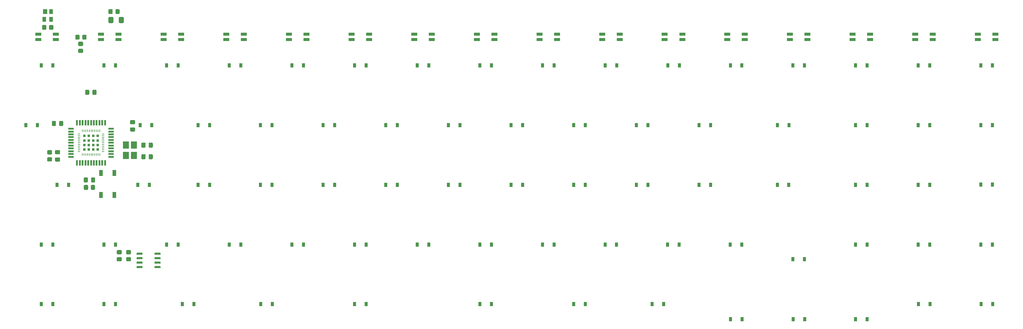
<source format=gbp>
G04 #@! TF.GenerationSoftware,KiCad,Pcbnew,(5.1.10-1-10_14)*
G04 #@! TF.CreationDate,2021-11-20T18:36:26+09:00*
G04 #@! TF.ProjectId,nora,6e6f7261-2e6b-4696-9361-645f70636258,v.0.1*
G04 #@! TF.SameCoordinates,Original*
G04 #@! TF.FileFunction,Paste,Bot*
G04 #@! TF.FilePolarity,Positive*
%FSLAX46Y46*%
G04 Gerber Fmt 4.6, Leading zero omitted, Abs format (unit mm)*
G04 Created by KiCad (PCBNEW (5.1.10-1-10_14)) date 2021-11-20 18:36:26*
%MOMM*%
%LPD*%
G01*
G04 APERTURE LIST*
%ADD10R,0.900000X1.200000*%
%ADD11R,1.500000X0.550000*%
%ADD12R,0.550000X1.500000*%
%ADD13R,1.800000X2.100000*%
%ADD14R,1.000000X1.700000*%
%ADD15R,1.000000X1.400000*%
%ADD16R,1.200000X1.400000*%
%ADD17R,0.772500X0.772500*%
%ADD18R,0.700000X0.250000*%
%ADD19R,0.250000X0.700000*%
%ADD20R,1.800000X0.820000*%
G04 APERTURE END LIST*
D10*
X32830000Y-39360520D03*
X29530000Y-39360520D03*
X32820000Y-90350520D03*
X29520000Y-90350520D03*
X32800000Y-107350520D03*
X29500000Y-107350520D03*
X50689333Y-39360520D03*
X47389333Y-39360520D03*
X28440000Y-56350520D03*
X25140000Y-56350520D03*
X37300000Y-73350520D03*
X34000000Y-73350520D03*
X50679333Y-90350520D03*
X47379333Y-90350520D03*
X50700000Y-107350520D03*
X47400000Y-107350520D03*
X68548666Y-39360520D03*
X65248666Y-39360520D03*
X60970000Y-56360520D03*
X57670000Y-56360520D03*
X60300000Y-73350520D03*
X57000000Y-73350520D03*
X68538666Y-90350520D03*
X65238666Y-90350520D03*
X73000000Y-107350520D03*
X69700000Y-107350520D03*
X86407999Y-39360520D03*
X83107999Y-39360520D03*
X77478888Y-56370520D03*
X74178888Y-56370520D03*
X77478888Y-73350520D03*
X74178888Y-73350520D03*
X86397999Y-90350520D03*
X83097999Y-90350520D03*
X95350000Y-107350520D03*
X92050000Y-107350520D03*
X104267332Y-39360520D03*
X100967332Y-39360520D03*
X95337776Y-56370520D03*
X92037776Y-56370520D03*
X95337776Y-73350520D03*
X92037776Y-73350520D03*
X104257332Y-90350520D03*
X100957332Y-90350520D03*
X122126665Y-39360520D03*
X118826665Y-39360520D03*
X113196664Y-56370520D03*
X109896664Y-56370520D03*
X113196664Y-73350520D03*
X109896664Y-73350520D03*
X122116665Y-90350520D03*
X118816665Y-90350520D03*
X122100000Y-107350520D03*
X118800000Y-107350520D03*
X139985998Y-39360520D03*
X136685998Y-39360520D03*
X131055552Y-56370520D03*
X127755552Y-56370520D03*
X131055552Y-73350520D03*
X127755552Y-73350520D03*
X139975998Y-90350520D03*
X136675998Y-90350520D03*
X157845331Y-39360520D03*
X154545331Y-39360520D03*
X148914440Y-56370520D03*
X145614440Y-56370520D03*
X148914440Y-73350520D03*
X145614440Y-73350520D03*
X157835331Y-90350520D03*
X154535331Y-90350520D03*
X157850000Y-107350520D03*
X154550000Y-107350520D03*
X175704664Y-39360520D03*
X172404664Y-39360520D03*
X166773328Y-56370520D03*
X163473328Y-56370520D03*
X166773328Y-73350520D03*
X163473328Y-73350520D03*
X175694664Y-90350520D03*
X172394664Y-90350520D03*
X193563997Y-39360520D03*
X190263997Y-39360520D03*
X184632216Y-56370520D03*
X181332216Y-56370520D03*
X184632216Y-73350520D03*
X181332216Y-73350520D03*
X193553997Y-90350520D03*
X190253997Y-90350520D03*
X184650000Y-107350520D03*
X181350000Y-107350520D03*
X211423330Y-39360520D03*
X208123330Y-39360520D03*
X202491104Y-56370520D03*
X199191104Y-56370520D03*
X202491104Y-73350520D03*
X199191104Y-73350520D03*
X211413330Y-90350520D03*
X208113330Y-90350520D03*
X206950000Y-107300520D03*
X203650000Y-107300520D03*
X229282663Y-39360520D03*
X225982663Y-39360520D03*
X220350000Y-56370520D03*
X217050000Y-56370520D03*
X220350000Y-73350520D03*
X217050000Y-73350520D03*
X229272663Y-90350520D03*
X225972663Y-90350520D03*
X229300000Y-111600520D03*
X226000000Y-111600520D03*
X247141996Y-39360520D03*
X243841996Y-39360520D03*
X242670000Y-56370520D03*
X239370000Y-56370520D03*
X242660000Y-73340520D03*
X239360000Y-73340520D03*
X247120000Y-94570520D03*
X243820000Y-94570520D03*
X247150000Y-111600520D03*
X243850000Y-111600520D03*
X265001329Y-39360520D03*
X261701329Y-39360520D03*
X265010000Y-56350520D03*
X261710000Y-56350520D03*
X264990000Y-73350520D03*
X261690000Y-73350520D03*
X264991329Y-90350520D03*
X261691329Y-90350520D03*
X265000000Y-111600520D03*
X261700000Y-111600520D03*
X282860662Y-39360520D03*
X279560662Y-39360520D03*
X282865000Y-56350520D03*
X279565000Y-56350520D03*
X282845000Y-73350520D03*
X279545000Y-73350520D03*
X282850662Y-90350520D03*
X279550662Y-90350520D03*
X282900000Y-107350520D03*
X279600000Y-107350520D03*
X300720000Y-39360520D03*
X297420000Y-39360520D03*
X300720000Y-56350520D03*
X297420000Y-56350520D03*
X300700000Y-73310520D03*
X297400000Y-73310520D03*
X300710000Y-90350520D03*
X297410000Y-90350520D03*
X300750000Y-107350520D03*
X297450000Y-107350520D03*
D11*
X38000000Y-57375520D03*
X38000000Y-58175520D03*
X38000000Y-58975520D03*
X38000000Y-59775520D03*
X38000000Y-60575520D03*
X38000000Y-61375520D03*
X38000000Y-62175520D03*
X38000000Y-62975520D03*
X38000000Y-63775520D03*
X38000000Y-64575520D03*
X38000000Y-65375520D03*
D12*
X39700000Y-67075520D03*
X40500000Y-67075520D03*
X41300000Y-67075520D03*
X42100000Y-67075520D03*
X42900000Y-67075520D03*
X43700000Y-67075520D03*
X44500000Y-67075520D03*
X45300000Y-67075520D03*
X46100000Y-67075520D03*
X46900000Y-67075520D03*
X47700000Y-67075520D03*
D11*
X49400000Y-65375520D03*
X49400000Y-64575520D03*
X49400000Y-63775520D03*
X49400000Y-62975520D03*
X49400000Y-62175520D03*
X49400000Y-61375520D03*
X49400000Y-60575520D03*
X49400000Y-59775520D03*
X49400000Y-58975520D03*
X49400000Y-58175520D03*
X49400000Y-57375520D03*
D12*
X47700000Y-55675520D03*
X46900000Y-55675520D03*
X46100000Y-55675520D03*
X45300000Y-55675520D03*
X44500000Y-55675520D03*
X43700000Y-55675520D03*
X42900000Y-55675520D03*
X42100000Y-55675520D03*
X41300000Y-55675520D03*
X40500000Y-55675520D03*
X39700000Y-55675520D03*
G36*
G01*
X58400000Y-92845520D02*
X58400000Y-93145520D01*
G75*
G02*
X58250000Y-93295520I-150000J0D01*
G01*
X56800000Y-93295520D01*
G75*
G02*
X56650000Y-93145520I0J150000D01*
G01*
X56650000Y-92845520D01*
G75*
G02*
X56800000Y-92695520I150000J0D01*
G01*
X58250000Y-92695520D01*
G75*
G02*
X58400000Y-92845520I0J-150000D01*
G01*
G37*
G36*
G01*
X58400000Y-94115520D02*
X58400000Y-94415520D01*
G75*
G02*
X58250000Y-94565520I-150000J0D01*
G01*
X56800000Y-94565520D01*
G75*
G02*
X56650000Y-94415520I0J150000D01*
G01*
X56650000Y-94115520D01*
G75*
G02*
X56800000Y-93965520I150000J0D01*
G01*
X58250000Y-93965520D01*
G75*
G02*
X58400000Y-94115520I0J-150000D01*
G01*
G37*
G36*
G01*
X58400000Y-95385520D02*
X58400000Y-95685520D01*
G75*
G02*
X58250000Y-95835520I-150000J0D01*
G01*
X56800000Y-95835520D01*
G75*
G02*
X56650000Y-95685520I0J150000D01*
G01*
X56650000Y-95385520D01*
G75*
G02*
X56800000Y-95235520I150000J0D01*
G01*
X58250000Y-95235520D01*
G75*
G02*
X58400000Y-95385520I0J-150000D01*
G01*
G37*
G36*
G01*
X58400000Y-96655520D02*
X58400000Y-96955520D01*
G75*
G02*
X58250000Y-97105520I-150000J0D01*
G01*
X56800000Y-97105520D01*
G75*
G02*
X56650000Y-96955520I0J150000D01*
G01*
X56650000Y-96655520D01*
G75*
G02*
X56800000Y-96505520I150000J0D01*
G01*
X58250000Y-96505520D01*
G75*
G02*
X58400000Y-96655520I0J-150000D01*
G01*
G37*
G36*
G01*
X63550000Y-96655520D02*
X63550000Y-96955520D01*
G75*
G02*
X63400000Y-97105520I-150000J0D01*
G01*
X61950000Y-97105520D01*
G75*
G02*
X61800000Y-96955520I0J150000D01*
G01*
X61800000Y-96655520D01*
G75*
G02*
X61950000Y-96505520I150000J0D01*
G01*
X63400000Y-96505520D01*
G75*
G02*
X63550000Y-96655520I0J-150000D01*
G01*
G37*
G36*
G01*
X63550000Y-95385520D02*
X63550000Y-95685520D01*
G75*
G02*
X63400000Y-95835520I-150000J0D01*
G01*
X61950000Y-95835520D01*
G75*
G02*
X61800000Y-95685520I0J150000D01*
G01*
X61800000Y-95385520D01*
G75*
G02*
X61950000Y-95235520I150000J0D01*
G01*
X63400000Y-95235520D01*
G75*
G02*
X63550000Y-95385520I0J-150000D01*
G01*
G37*
G36*
G01*
X63550000Y-94115520D02*
X63550000Y-94415520D01*
G75*
G02*
X63400000Y-94565520I-150000J0D01*
G01*
X61950000Y-94565520D01*
G75*
G02*
X61800000Y-94415520I0J150000D01*
G01*
X61800000Y-94115520D01*
G75*
G02*
X61950000Y-93965520I150000J0D01*
G01*
X63400000Y-93965520D01*
G75*
G02*
X63550000Y-94115520I0J-150000D01*
G01*
G37*
G36*
G01*
X63550000Y-92845520D02*
X63550000Y-93145520D01*
G75*
G02*
X63400000Y-93295520I-150000J0D01*
G01*
X61950000Y-93295520D01*
G75*
G02*
X61800000Y-93145520I0J150000D01*
G01*
X61800000Y-92845520D01*
G75*
G02*
X61950000Y-92695520I150000J0D01*
G01*
X63400000Y-92695520D01*
G75*
G02*
X63550000Y-92845520I0J-150000D01*
G01*
G37*
D13*
X55950000Y-64950520D03*
X55950000Y-62050520D03*
X53650000Y-62050520D03*
X53650000Y-64950520D03*
D14*
X50350000Y-76250520D03*
X50350000Y-69950520D03*
X46550000Y-76250520D03*
X46550000Y-69950520D03*
D15*
X30400000Y-26200520D03*
X32300000Y-26200520D03*
X32300000Y-24000520D03*
D16*
X30580000Y-24000520D03*
G36*
G01*
X50075000Y-25775520D02*
X50075000Y-27025520D01*
G75*
G02*
X49825000Y-27275520I-250000J0D01*
G01*
X48900000Y-27275520D01*
G75*
G02*
X48650000Y-27025520I0J250000D01*
G01*
X48650000Y-25775520D01*
G75*
G02*
X48900000Y-25525520I250000J0D01*
G01*
X49825000Y-25525520D01*
G75*
G02*
X50075000Y-25775520I0J-250000D01*
G01*
G37*
G36*
G01*
X53050000Y-25775520D02*
X53050000Y-27025520D01*
G75*
G02*
X52800000Y-27275520I-250000J0D01*
G01*
X51875000Y-27275520D01*
G75*
G02*
X51625000Y-27025520I0J250000D01*
G01*
X51625000Y-25775520D01*
G75*
G02*
X51875000Y-25525520I250000J0D01*
G01*
X52800000Y-25525520D01*
G75*
G02*
X53050000Y-25775520I0J-250000D01*
G01*
G37*
G36*
G01*
X51299999Y-93950520D02*
X52200001Y-93950520D01*
G75*
G02*
X52450000Y-94200519I0J-249999D01*
G01*
X52450000Y-94900521D01*
G75*
G02*
X52200001Y-95150520I-249999J0D01*
G01*
X51299999Y-95150520D01*
G75*
G02*
X51050000Y-94900521I0J249999D01*
G01*
X51050000Y-94200519D01*
G75*
G02*
X51299999Y-93950520I249999J0D01*
G01*
G37*
G36*
G01*
X51299999Y-91950520D02*
X52200001Y-91950520D01*
G75*
G02*
X52450000Y-92200519I0J-249999D01*
G01*
X52450000Y-92900521D01*
G75*
G02*
X52200001Y-93150520I-249999J0D01*
G01*
X51299999Y-93150520D01*
G75*
G02*
X51050000Y-92900521I0J249999D01*
G01*
X51050000Y-92200519D01*
G75*
G02*
X51299999Y-91950520I249999J0D01*
G01*
G37*
G36*
G01*
X53949999Y-93950520D02*
X54850001Y-93950520D01*
G75*
G02*
X55100000Y-94200519I0J-249999D01*
G01*
X55100000Y-94900521D01*
G75*
G02*
X54850001Y-95150520I-249999J0D01*
G01*
X53949999Y-95150520D01*
G75*
G02*
X53700000Y-94900521I0J249999D01*
G01*
X53700000Y-94200519D01*
G75*
G02*
X53949999Y-93950520I249999J0D01*
G01*
G37*
G36*
G01*
X53949999Y-91950520D02*
X54850001Y-91950520D01*
G75*
G02*
X55100000Y-92200519I0J-249999D01*
G01*
X55100000Y-92900521D01*
G75*
G02*
X54850001Y-93150520I-249999J0D01*
G01*
X53949999Y-93150520D01*
G75*
G02*
X53700000Y-92900521I0J249999D01*
G01*
X53700000Y-92200519D01*
G75*
G02*
X53949999Y-91950520I249999J0D01*
G01*
G37*
D17*
X41768750Y-59439270D03*
X43056250Y-59439270D03*
X44343750Y-59439270D03*
X45631250Y-59439270D03*
X41768750Y-60726770D03*
X43056250Y-60726770D03*
X44343750Y-60726770D03*
X45631250Y-60726770D03*
X41768750Y-62014270D03*
X43056250Y-62014270D03*
X44343750Y-62014270D03*
X45631250Y-62014270D03*
X41768750Y-63301770D03*
X43056250Y-63301770D03*
X44343750Y-63301770D03*
X45631250Y-63301770D03*
D18*
X40300000Y-58870520D03*
X40300000Y-59370520D03*
X40300000Y-59870520D03*
X40300000Y-60370520D03*
X40300000Y-60870520D03*
X40300000Y-61370520D03*
X40300000Y-61870520D03*
X40300000Y-62370520D03*
X40300000Y-62870520D03*
X40300000Y-63370520D03*
X40300000Y-63870520D03*
D19*
X41200000Y-64770520D03*
X41700000Y-64770520D03*
X42200000Y-64770520D03*
X42700000Y-64770520D03*
X43200000Y-64770520D03*
X43700000Y-64770520D03*
X44200000Y-64770520D03*
X44700000Y-64770520D03*
X45200000Y-64770520D03*
X45700000Y-64770520D03*
X46200000Y-64770520D03*
D18*
X47100000Y-63870520D03*
X47100000Y-63370520D03*
X47100000Y-62870520D03*
X47100000Y-62370520D03*
X47100000Y-61870520D03*
X47100000Y-61370520D03*
X47100000Y-60870520D03*
X47100000Y-60370520D03*
X47100000Y-59870520D03*
X47100000Y-59370520D03*
X47100000Y-58870520D03*
D19*
X46200000Y-57970520D03*
X45700000Y-57970520D03*
X45200000Y-57970520D03*
X44700000Y-57970520D03*
X44200000Y-57970520D03*
X43700000Y-57970520D03*
X43200000Y-57970520D03*
X42700000Y-57970520D03*
X42200000Y-57970520D03*
X41700000Y-57970520D03*
X41200000Y-57970520D03*
G36*
G01*
X34600000Y-56338020D02*
X34600000Y-55388020D01*
G75*
G02*
X34850000Y-55138020I250000J0D01*
G01*
X35525000Y-55138020D01*
G75*
G02*
X35775000Y-55388020I0J-250000D01*
G01*
X35775000Y-56338020D01*
G75*
G02*
X35525000Y-56588020I-250000J0D01*
G01*
X34850000Y-56588020D01*
G75*
G02*
X34600000Y-56338020I0J250000D01*
G01*
G37*
G36*
G01*
X32525000Y-56338020D02*
X32525000Y-55388020D01*
G75*
G02*
X32775000Y-55138020I250000J0D01*
G01*
X33450000Y-55138020D01*
G75*
G02*
X33700000Y-55388020I0J-250000D01*
G01*
X33700000Y-56338020D01*
G75*
G02*
X33450000Y-56588020I-250000J0D01*
G01*
X32775000Y-56588020D01*
G75*
G02*
X32525000Y-56338020I0J250000D01*
G01*
G37*
G36*
G01*
X60137500Y-65825520D02*
X60137500Y-64875520D01*
G75*
G02*
X60387500Y-64625520I250000J0D01*
G01*
X61062500Y-64625520D01*
G75*
G02*
X61312500Y-64875520I0J-250000D01*
G01*
X61312500Y-65825520D01*
G75*
G02*
X61062500Y-66075520I-250000J0D01*
G01*
X60387500Y-66075520D01*
G75*
G02*
X60137500Y-65825520I0J250000D01*
G01*
G37*
G36*
G01*
X58062500Y-65825520D02*
X58062500Y-64875520D01*
G75*
G02*
X58312500Y-64625520I250000J0D01*
G01*
X58987500Y-64625520D01*
G75*
G02*
X59237500Y-64875520I0J-250000D01*
G01*
X59237500Y-65825520D01*
G75*
G02*
X58987500Y-66075520I-250000J0D01*
G01*
X58312500Y-66075520D01*
G75*
G02*
X58062500Y-65825520I0J250000D01*
G01*
G37*
G36*
G01*
X60137500Y-62525520D02*
X60137500Y-61575520D01*
G75*
G02*
X60387500Y-61325520I250000J0D01*
G01*
X61062500Y-61325520D01*
G75*
G02*
X61312500Y-61575520I0J-250000D01*
G01*
X61312500Y-62525520D01*
G75*
G02*
X61062500Y-62775520I-250000J0D01*
G01*
X60387500Y-62775520D01*
G75*
G02*
X60137500Y-62525520I0J250000D01*
G01*
G37*
G36*
G01*
X58062500Y-62525520D02*
X58062500Y-61575520D01*
G75*
G02*
X58312500Y-61325520I250000J0D01*
G01*
X58987500Y-61325520D01*
G75*
G02*
X59237500Y-61575520I0J-250000D01*
G01*
X59237500Y-62525520D01*
G75*
G02*
X58987500Y-62775520I-250000J0D01*
G01*
X58312500Y-62775520D01*
G75*
G02*
X58062500Y-62525520I0J250000D01*
G01*
G37*
G36*
G01*
X42800000Y-71475520D02*
X42800000Y-72425520D01*
G75*
G02*
X42550000Y-72675520I-250000J0D01*
G01*
X41875000Y-72675520D01*
G75*
G02*
X41625000Y-72425520I0J250000D01*
G01*
X41625000Y-71475520D01*
G75*
G02*
X41875000Y-71225520I250000J0D01*
G01*
X42550000Y-71225520D01*
G75*
G02*
X42800000Y-71475520I0J-250000D01*
G01*
G37*
G36*
G01*
X44875000Y-71475520D02*
X44875000Y-72425520D01*
G75*
G02*
X44625000Y-72675520I-250000J0D01*
G01*
X43950000Y-72675520D01*
G75*
G02*
X43700000Y-72425520I0J250000D01*
G01*
X43700000Y-71475520D01*
G75*
G02*
X43950000Y-71225520I250000J0D01*
G01*
X44625000Y-71225520D01*
G75*
G02*
X44875000Y-71475520I0J-250000D01*
G01*
G37*
G36*
G01*
X33675000Y-65550520D02*
X34625000Y-65550520D01*
G75*
G02*
X34875000Y-65800520I0J-250000D01*
G01*
X34875000Y-66475520D01*
G75*
G02*
X34625000Y-66725520I-250000J0D01*
G01*
X33675000Y-66725520D01*
G75*
G02*
X33425000Y-66475520I0J250000D01*
G01*
X33425000Y-65800520D01*
G75*
G02*
X33675000Y-65550520I250000J0D01*
G01*
G37*
G36*
G01*
X33675000Y-63475520D02*
X34625000Y-63475520D01*
G75*
G02*
X34875000Y-63725520I0J-250000D01*
G01*
X34875000Y-64400520D01*
G75*
G02*
X34625000Y-64650520I-250000J0D01*
G01*
X33675000Y-64650520D01*
G75*
G02*
X33425000Y-64400520I0J250000D01*
G01*
X33425000Y-63725520D01*
G75*
G02*
X33675000Y-63475520I250000J0D01*
G01*
G37*
G36*
G01*
X43190000Y-46535520D02*
X43190000Y-47485520D01*
G75*
G02*
X42940000Y-47735520I-250000J0D01*
G01*
X42265000Y-47735520D01*
G75*
G02*
X42015000Y-47485520I0J250000D01*
G01*
X42015000Y-46535520D01*
G75*
G02*
X42265000Y-46285520I250000J0D01*
G01*
X42940000Y-46285520D01*
G75*
G02*
X43190000Y-46535520I0J-250000D01*
G01*
G37*
G36*
G01*
X45265000Y-46535520D02*
X45265000Y-47485520D01*
G75*
G02*
X45015000Y-47735520I-250000J0D01*
G01*
X44340000Y-47735520D01*
G75*
G02*
X44090000Y-47485520I0J250000D01*
G01*
X44090000Y-46535520D01*
G75*
G02*
X44340000Y-46285520I250000J0D01*
G01*
X45015000Y-46285520D01*
G75*
G02*
X45265000Y-46535520I0J-250000D01*
G01*
G37*
G36*
G01*
X56015000Y-56100520D02*
X55065000Y-56100520D01*
G75*
G02*
X54815000Y-55850520I0J250000D01*
G01*
X54815000Y-55175520D01*
G75*
G02*
X55065000Y-54925520I250000J0D01*
G01*
X56015000Y-54925520D01*
G75*
G02*
X56265000Y-55175520I0J-250000D01*
G01*
X56265000Y-55850520D01*
G75*
G02*
X56015000Y-56100520I-250000J0D01*
G01*
G37*
G36*
G01*
X56015000Y-58175520D02*
X55065000Y-58175520D01*
G75*
G02*
X54815000Y-57925520I0J250000D01*
G01*
X54815000Y-57250520D01*
G75*
G02*
X55065000Y-57000520I250000J0D01*
G01*
X56015000Y-57000520D01*
G75*
G02*
X56265000Y-57250520I0J-250000D01*
G01*
X56265000Y-57925520D01*
G75*
G02*
X56015000Y-58175520I-250000J0D01*
G01*
G37*
G36*
G01*
X50650000Y-24450521D02*
X50650000Y-23550519D01*
G75*
G02*
X50899999Y-23300520I249999J0D01*
G01*
X51600001Y-23300520D01*
G75*
G02*
X51850000Y-23550519I0J-249999D01*
G01*
X51850000Y-24450521D01*
G75*
G02*
X51600001Y-24700520I-249999J0D01*
G01*
X50899999Y-24700520D01*
G75*
G02*
X50650000Y-24450521I0J249999D01*
G01*
G37*
G36*
G01*
X48650000Y-24450521D02*
X48650000Y-23550519D01*
G75*
G02*
X48899999Y-23300520I249999J0D01*
G01*
X49600001Y-23300520D01*
G75*
G02*
X49850000Y-23550519I0J-249999D01*
G01*
X49850000Y-24450521D01*
G75*
G02*
X49600001Y-24700520I-249999J0D01*
G01*
X48899999Y-24700520D01*
G75*
G02*
X48650000Y-24450521I0J249999D01*
G01*
G37*
G36*
G01*
X31750000Y-28950521D02*
X31750000Y-28050519D01*
G75*
G02*
X31999999Y-27800520I249999J0D01*
G01*
X32700001Y-27800520D01*
G75*
G02*
X32950000Y-28050519I0J-249999D01*
G01*
X32950000Y-28950521D01*
G75*
G02*
X32700001Y-29200520I-249999J0D01*
G01*
X31999999Y-29200520D01*
G75*
G02*
X31750000Y-28950521I0J249999D01*
G01*
G37*
G36*
G01*
X29750000Y-28950521D02*
X29750000Y-28050519D01*
G75*
G02*
X29999999Y-27800520I249999J0D01*
G01*
X30700001Y-27800520D01*
G75*
G02*
X30950000Y-28050519I0J-249999D01*
G01*
X30950000Y-28950521D01*
G75*
G02*
X30700001Y-29200520I-249999J0D01*
G01*
X29999999Y-29200520D01*
G75*
G02*
X29750000Y-28950521I0J249999D01*
G01*
G37*
G36*
G01*
X41200001Y-33800520D02*
X40299999Y-33800520D01*
G75*
G02*
X40050000Y-33550521I0J249999D01*
G01*
X40050000Y-32850519D01*
G75*
G02*
X40299999Y-32600520I249999J0D01*
G01*
X41200001Y-32600520D01*
G75*
G02*
X41450000Y-32850519I0J-249999D01*
G01*
X41450000Y-33550521D01*
G75*
G02*
X41200001Y-33800520I-249999J0D01*
G01*
G37*
G36*
G01*
X41200001Y-35800520D02*
X40299999Y-35800520D01*
G75*
G02*
X40050000Y-35550521I0J249999D01*
G01*
X40050000Y-34850519D01*
G75*
G02*
X40299999Y-34600520I249999J0D01*
G01*
X41200001Y-34600520D01*
G75*
G02*
X41450000Y-34850519I0J-249999D01*
G01*
X41450000Y-35550521D01*
G75*
G02*
X41200001Y-35800520I-249999J0D01*
G01*
G37*
G36*
G01*
X41210000Y-31750521D02*
X41210000Y-30850519D01*
G75*
G02*
X41459999Y-30600520I249999J0D01*
G01*
X42160001Y-30600520D01*
G75*
G02*
X42410000Y-30850519I0J-249999D01*
G01*
X42410000Y-31750521D01*
G75*
G02*
X42160001Y-32000520I-249999J0D01*
G01*
X41459999Y-32000520D01*
G75*
G02*
X41210000Y-31750521I0J249999D01*
G01*
G37*
G36*
G01*
X39210000Y-31750521D02*
X39210000Y-30850519D01*
G75*
G02*
X39459999Y-30600520I249999J0D01*
G01*
X40160001Y-30600520D01*
G75*
G02*
X40410000Y-30850519I0J-249999D01*
G01*
X40410000Y-31750521D01*
G75*
G02*
X40160001Y-32000520I-249999J0D01*
G01*
X39459999Y-32000520D01*
G75*
G02*
X39210000Y-31750521I0J249999D01*
G01*
G37*
G36*
G01*
X43650000Y-74550521D02*
X43650000Y-73650519D01*
G75*
G02*
X43899999Y-73400520I249999J0D01*
G01*
X44600001Y-73400520D01*
G75*
G02*
X44850000Y-73650519I0J-249999D01*
G01*
X44850000Y-74550521D01*
G75*
G02*
X44600001Y-74800520I-249999J0D01*
G01*
X43899999Y-74800520D01*
G75*
G02*
X43650000Y-74550521I0J249999D01*
G01*
G37*
G36*
G01*
X41650000Y-74550521D02*
X41650000Y-73650519D01*
G75*
G02*
X41899999Y-73400520I249999J0D01*
G01*
X42600001Y-73400520D01*
G75*
G02*
X42850000Y-73650519I0J-249999D01*
G01*
X42850000Y-74550521D01*
G75*
G02*
X42600001Y-74800520I-249999J0D01*
G01*
X41899999Y-74800520D01*
G75*
G02*
X41650000Y-74550521I0J249999D01*
G01*
G37*
G36*
G01*
X31449999Y-65500520D02*
X32350001Y-65500520D01*
G75*
G02*
X32600000Y-65750519I0J-249999D01*
G01*
X32600000Y-66450521D01*
G75*
G02*
X32350001Y-66700520I-249999J0D01*
G01*
X31449999Y-66700520D01*
G75*
G02*
X31200000Y-66450521I0J249999D01*
G01*
X31200000Y-65750519D01*
G75*
G02*
X31449999Y-65500520I249999J0D01*
G01*
G37*
G36*
G01*
X31449999Y-63500520D02*
X32350001Y-63500520D01*
G75*
G02*
X32600000Y-63750519I0J-249999D01*
G01*
X32600000Y-64450521D01*
G75*
G02*
X32350001Y-64700520I-249999J0D01*
G01*
X31449999Y-64700520D01*
G75*
G02*
X31200000Y-64450521I0J249999D01*
G01*
X31200000Y-63750519D01*
G75*
G02*
X31449999Y-63500520I249999J0D01*
G01*
G37*
D20*
X33675000Y-31925520D03*
X33675000Y-30425520D03*
X28675000Y-30425520D03*
X28675000Y-31925520D03*
X51534333Y-31925520D03*
X51534333Y-30425520D03*
X46534333Y-30425520D03*
X46534333Y-31925520D03*
X69393666Y-31925520D03*
X69393666Y-30425520D03*
X64393666Y-30425520D03*
X64393666Y-31925520D03*
X87252999Y-31925520D03*
X87252999Y-30425520D03*
X82252999Y-30425520D03*
X82252999Y-31925520D03*
X105112332Y-31925520D03*
X105112332Y-30425520D03*
X100112332Y-30425520D03*
X100112332Y-31925520D03*
X122971665Y-31925520D03*
X122971665Y-30425520D03*
X117971665Y-30425520D03*
X117971665Y-31925520D03*
X140830998Y-31925520D03*
X140830998Y-30425520D03*
X135830998Y-30425520D03*
X135830998Y-31925520D03*
X158690331Y-31925520D03*
X158690331Y-30425520D03*
X153690331Y-30425520D03*
X153690331Y-31925520D03*
X176549664Y-31925520D03*
X176549664Y-30425520D03*
X171549664Y-30425520D03*
X171549664Y-31925520D03*
X194408997Y-31925520D03*
X194408997Y-30425520D03*
X189408997Y-30425520D03*
X189408997Y-31925520D03*
X212268330Y-31925520D03*
X212268330Y-30425520D03*
X207268330Y-30425520D03*
X207268330Y-31925520D03*
X230127663Y-31925520D03*
X230127663Y-30425520D03*
X225127663Y-30425520D03*
X225127663Y-31925520D03*
X247986996Y-31925520D03*
X247986996Y-30425520D03*
X242986996Y-30425520D03*
X242986996Y-31925520D03*
X265846329Y-31925520D03*
X265846329Y-30425520D03*
X260846329Y-30425520D03*
X260846329Y-31925520D03*
X283705662Y-31925520D03*
X283705662Y-30425520D03*
X278705662Y-30425520D03*
X278705662Y-31925520D03*
X301565000Y-31925520D03*
X301565000Y-30425520D03*
X296565000Y-30425520D03*
X296565000Y-31925520D03*
M02*

</source>
